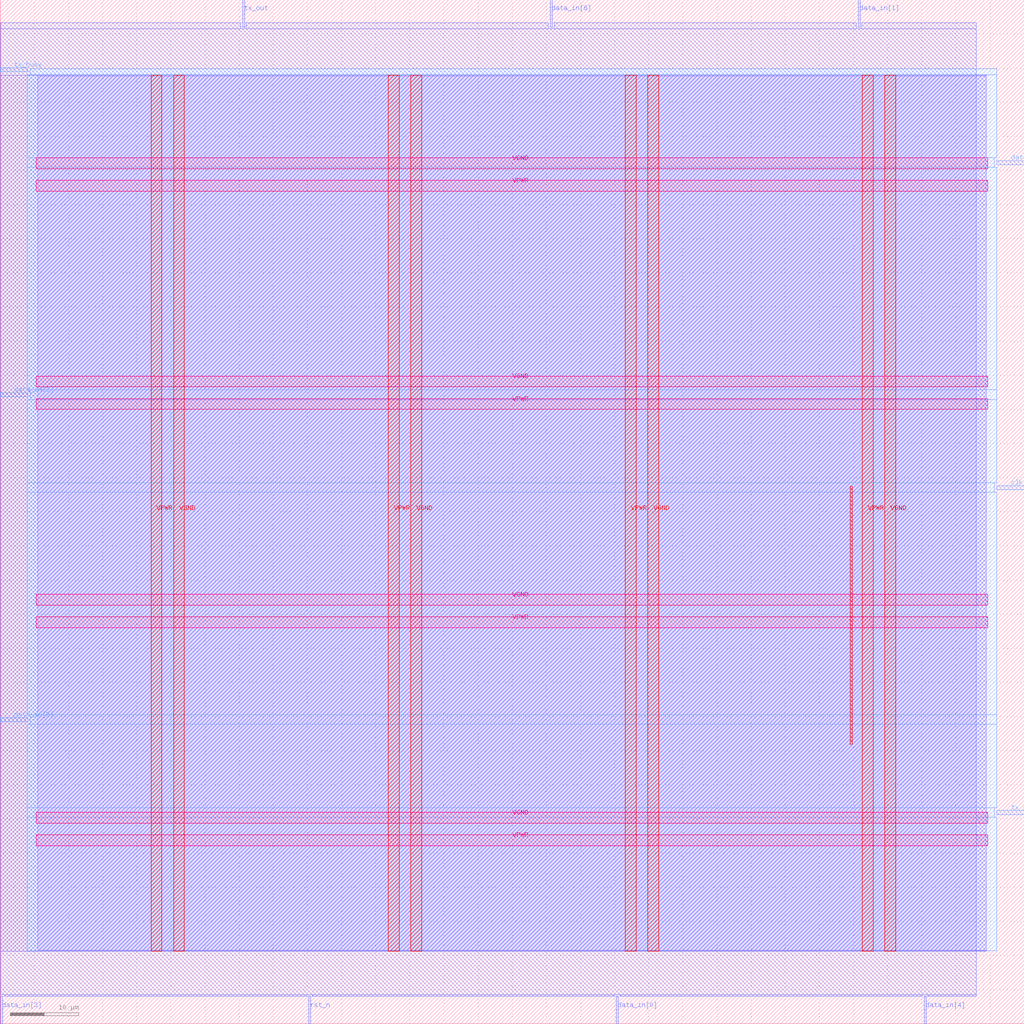
<source format=lef>
VERSION 5.7 ;
  NOWIREEXTENSIONATPIN ON ;
  DIVIDERCHAR "/" ;
  BUSBITCHARS "[]" ;
MACRO uart_tx
  CLASS BLOCK ;
  FOREIGN uart_tx ;
  ORIGIN 0.000 0.000 ;
  SIZE 150.000 BY 150.000 ;
  PIN VGND
    DIRECTION INOUT ;
    USE GROUND ;
    PORT
      LAYER met4 ;
        RECT 25.385 10.640 26.985 138.960 ;
    END
    PORT
      LAYER met4 ;
        RECT 60.115 10.640 61.715 138.960 ;
    END
    PORT
      LAYER met4 ;
        RECT 94.845 10.640 96.445 138.960 ;
    END
    PORT
      LAYER met4 ;
        RECT 129.575 10.640 131.175 138.960 ;
    END
    PORT
      LAYER met5 ;
        RECT 5.280 29.360 144.680 30.960 ;
    END
    PORT
      LAYER met5 ;
        RECT 5.280 61.320 144.680 62.920 ;
    END
    PORT
      LAYER met5 ;
        RECT 5.280 93.280 144.680 94.880 ;
    END
    PORT
      LAYER met5 ;
        RECT 5.280 125.240 144.680 126.840 ;
    END
  END VGND
  PIN VPWR
    DIRECTION INOUT ;
    USE POWER ;
    PORT
      LAYER met4 ;
        RECT 22.085 10.640 23.685 138.960 ;
    END
    PORT
      LAYER met4 ;
        RECT 56.815 10.640 58.415 138.960 ;
    END
    PORT
      LAYER met4 ;
        RECT 91.545 10.640 93.145 138.960 ;
    END
    PORT
      LAYER met4 ;
        RECT 126.275 10.640 127.875 138.960 ;
    END
    PORT
      LAYER met5 ;
        RECT 5.280 26.060 144.680 27.660 ;
    END
    PORT
      LAYER met5 ;
        RECT 5.280 58.020 144.680 59.620 ;
    END
    PORT
      LAYER met5 ;
        RECT 5.280 89.980 144.680 91.580 ;
    END
    PORT
      LAYER met5 ;
        RECT 5.280 121.940 144.680 123.540 ;
    END
  END VPWR
  PIN clk
    DIRECTION INPUT ;
    USE SIGNAL ;
    ANTENNAGATEAREA 0.852000 ;
    PORT
      LAYER met3 ;
        RECT 146.000 78.240 150.000 78.840 ;
    END
  END clk
  PIN data_in[0]
    DIRECTION INPUT ;
    USE SIGNAL ;
    ANTENNAGATEAREA 0.196500 ;
    PORT
      LAYER met2 ;
        RECT 90.250 0.000 90.530 4.000 ;
    END
  END data_in[0]
  PIN data_in[1]
    DIRECTION INPUT ;
    USE SIGNAL ;
    ANTENNAGATEAREA 0.126000 ;
    PORT
      LAYER met2 ;
        RECT 125.670 146.000 125.950 150.000 ;
    END
  END data_in[1]
  PIN data_in[2]
    DIRECTION INPUT ;
    USE SIGNAL ;
    ANTENNAGATEAREA 0.126000 ;
    PORT
      LAYER met3 ;
        RECT 0.000 91.840 4.000 92.440 ;
    END
  END data_in[2]
  PIN data_in[3]
    DIRECTION INPUT ;
    USE SIGNAL ;
    ANTENNAGATEAREA 0.126000 ;
    PORT
      LAYER met2 ;
        RECT 0.090 0.000 0.370 4.000 ;
    END
  END data_in[3]
  PIN data_in[4]
    DIRECTION INPUT ;
    USE SIGNAL ;
    ANTENNAGATEAREA 0.196500 ;
    PORT
      LAYER met2 ;
        RECT 135.330 0.000 135.610 4.000 ;
    END
  END data_in[4]
  PIN data_in[5]
    DIRECTION INPUT ;
    USE SIGNAL ;
    ANTENNAGATEAREA 0.196500 ;
    PORT
      LAYER met3 ;
        RECT 0.000 44.240 4.000 44.840 ;
    END
  END data_in[5]
  PIN data_in[6]
    DIRECTION INPUT ;
    USE SIGNAL ;
    ANTENNAGATEAREA 0.196500 ;
    PORT
      LAYER met2 ;
        RECT 80.590 146.000 80.870 150.000 ;
    END
  END data_in[6]
  PIN data_in[7]
    DIRECTION INPUT ;
    USE SIGNAL ;
    ANTENNAGATEAREA 0.126000 ;
    PORT
      LAYER met3 ;
        RECT 146.000 125.840 150.000 126.440 ;
    END
  END data_in[7]
  PIN rst_n
    DIRECTION INPUT ;
    USE SIGNAL ;
    ANTENNAGATEAREA 0.196500 ;
    PORT
      LAYER met2 ;
        RECT 45.170 0.000 45.450 4.000 ;
    END
  END rst_n
  PIN tx_busy
    DIRECTION OUTPUT TRISTATE ;
    USE SIGNAL ;
    ANTENNADIFFAREA 0.795200 ;
    PORT
      LAYER met3 ;
        RECT 0.000 139.440 4.000 140.040 ;
    END
  END tx_busy
  PIN tx_out
    DIRECTION OUTPUT TRISTATE ;
    USE SIGNAL ;
    ANTENNADIFFAREA 0.795200 ;
    PORT
      LAYER met2 ;
        RECT 35.510 146.000 35.790 150.000 ;
    END
  END tx_out
  PIN tx_start
    DIRECTION INPUT ;
    USE SIGNAL ;
    ANTENNAGATEAREA 0.126000 ;
    PORT
      LAYER met3 ;
        RECT 146.000 30.640 150.000 31.240 ;
    END
  END tx_start
  OBS
      LAYER li1 ;
        RECT 5.520 10.795 144.440 138.805 ;
      LAYER met1 ;
        RECT 0.070 10.640 144.440 138.960 ;
      LAYER met2 ;
        RECT 0.100 145.720 35.230 146.610 ;
        RECT 36.070 145.720 80.310 146.610 ;
        RECT 81.150 145.720 125.390 146.610 ;
        RECT 126.230 145.720 142.970 146.610 ;
        RECT 0.100 4.280 142.970 145.720 ;
        RECT 0.650 4.000 44.890 4.280 ;
        RECT 45.730 4.000 89.970 4.280 ;
        RECT 90.810 4.000 135.050 4.280 ;
        RECT 135.890 4.000 142.970 4.280 ;
      LAYER met3 ;
        RECT 4.400 139.040 146.000 139.890 ;
        RECT 3.990 126.840 146.000 139.040 ;
        RECT 3.990 125.440 145.600 126.840 ;
        RECT 3.990 92.840 146.000 125.440 ;
        RECT 4.400 91.440 146.000 92.840 ;
        RECT 3.990 79.240 146.000 91.440 ;
        RECT 3.990 77.840 145.600 79.240 ;
        RECT 3.990 45.240 146.000 77.840 ;
        RECT 4.400 43.840 146.000 45.240 ;
        RECT 3.990 31.640 146.000 43.840 ;
        RECT 3.990 30.240 145.600 31.640 ;
        RECT 3.990 10.715 146.000 30.240 ;
      LAYER met4 ;
        RECT 124.495 40.975 124.825 78.705 ;
  END
END uart_tx
END LIBRARY


</source>
